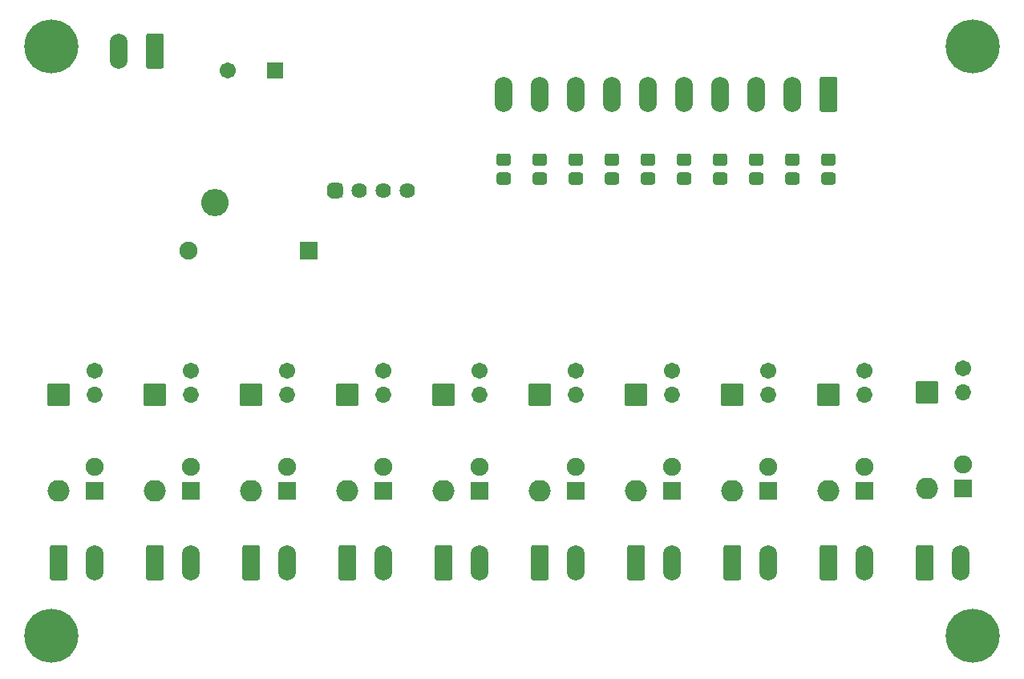
<source format=gbr>
%TF.GenerationSoftware,KiCad,Pcbnew,(5.1.9)-1*%
%TF.CreationDate,2021-03-17T19:06:28+01:00*%
%TF.ProjectId,Nvum_CNC_expander,4e76756d-5f43-44e4-935f-657870616e64,1*%
%TF.SameCoordinates,Original*%
%TF.FileFunction,Soldermask,Top*%
%TF.FilePolarity,Negative*%
%FSLAX46Y46*%
G04 Gerber Fmt 4.6, Leading zero omitted, Abs format (unit mm)*
G04 Created by KiCad (PCBNEW (5.1.9)-1) date 2021-03-17 19:06:28*
%MOMM*%
%LPD*%
G01*
G04 APERTURE LIST*
%ADD10O,1.902000X1.902000*%
%ADD11O,2.902000X2.902000*%
%ADD12O,1.702000X1.702000*%
%ADD13C,1.702000*%
%ADD14C,1.626000*%
%ADD15O,2.302000X2.302000*%
%ADD16C,1.902000*%
%ADD17C,5.702000*%
%ADD18O,1.902000X3.702000*%
%ADD19C,0.100000*%
G04 APERTURE END LIST*
D10*
%TO.C,D21*%
X42926000Y-72415400D03*
G36*
G01*
X56577000Y-71515400D02*
X56577000Y-73315400D01*
G75*
G02*
X56526000Y-73366400I-51000J0D01*
G01*
X54726000Y-73366400D01*
G75*
G02*
X54675000Y-73315400I0J51000D01*
G01*
X54675000Y-71515400D01*
G75*
G02*
X54726000Y-71464400I51000J0D01*
G01*
X56526000Y-71464400D01*
G75*
G02*
X56577000Y-71515400I0J-51000D01*
G01*
G37*
%TD*%
D11*
%TO.C,D31*%
X45720000Y-67310000D03*
%TD*%
%TO.C,R30*%
G36*
G01*
X75720248Y-64119000D02*
X76679752Y-64119000D01*
G75*
G02*
X76951000Y-64390248I0J-271248D01*
G01*
X76951000Y-65149752D01*
G75*
G02*
X76679752Y-65421000I-271248J0D01*
G01*
X75720248Y-65421000D01*
G75*
G02*
X75449000Y-65149752I0J271248D01*
G01*
X75449000Y-64390248D01*
G75*
G02*
X75720248Y-64119000I271248J0D01*
G01*
G37*
G36*
G01*
X75720248Y-62119000D02*
X76679752Y-62119000D01*
G75*
G02*
X76951000Y-62390248I0J-271248D01*
G01*
X76951000Y-63149752D01*
G75*
G02*
X76679752Y-63421000I-271248J0D01*
G01*
X75720248Y-63421000D01*
G75*
G02*
X75449000Y-63149752I0J271248D01*
G01*
X75449000Y-62390248D01*
G75*
G02*
X75720248Y-62119000I271248J0D01*
G01*
G37*
%TD*%
%TO.C,R29*%
G36*
G01*
X79530248Y-64119000D02*
X80489752Y-64119000D01*
G75*
G02*
X80761000Y-64390248I0J-271248D01*
G01*
X80761000Y-65149752D01*
G75*
G02*
X80489752Y-65421000I-271248J0D01*
G01*
X79530248Y-65421000D01*
G75*
G02*
X79259000Y-65149752I0J271248D01*
G01*
X79259000Y-64390248D01*
G75*
G02*
X79530248Y-64119000I271248J0D01*
G01*
G37*
G36*
G01*
X79530248Y-62119000D02*
X80489752Y-62119000D01*
G75*
G02*
X80761000Y-62390248I0J-271248D01*
G01*
X80761000Y-63149752D01*
G75*
G02*
X80489752Y-63421000I-271248J0D01*
G01*
X79530248Y-63421000D01*
G75*
G02*
X79259000Y-63149752I0J271248D01*
G01*
X79259000Y-62390248D01*
G75*
G02*
X79530248Y-62119000I271248J0D01*
G01*
G37*
%TD*%
%TO.C,R28*%
G36*
G01*
X83340248Y-64119000D02*
X84299752Y-64119000D01*
G75*
G02*
X84571000Y-64390248I0J-271248D01*
G01*
X84571000Y-65149752D01*
G75*
G02*
X84299752Y-65421000I-271248J0D01*
G01*
X83340248Y-65421000D01*
G75*
G02*
X83069000Y-65149752I0J271248D01*
G01*
X83069000Y-64390248D01*
G75*
G02*
X83340248Y-64119000I271248J0D01*
G01*
G37*
G36*
G01*
X83340248Y-62119000D02*
X84299752Y-62119000D01*
G75*
G02*
X84571000Y-62390248I0J-271248D01*
G01*
X84571000Y-63149752D01*
G75*
G02*
X84299752Y-63421000I-271248J0D01*
G01*
X83340248Y-63421000D01*
G75*
G02*
X83069000Y-63149752I0J271248D01*
G01*
X83069000Y-62390248D01*
G75*
G02*
X83340248Y-62119000I271248J0D01*
G01*
G37*
%TD*%
%TO.C,R27*%
G36*
G01*
X87150248Y-64119000D02*
X88109752Y-64119000D01*
G75*
G02*
X88381000Y-64390248I0J-271248D01*
G01*
X88381000Y-65149752D01*
G75*
G02*
X88109752Y-65421000I-271248J0D01*
G01*
X87150248Y-65421000D01*
G75*
G02*
X86879000Y-65149752I0J271248D01*
G01*
X86879000Y-64390248D01*
G75*
G02*
X87150248Y-64119000I271248J0D01*
G01*
G37*
G36*
G01*
X87150248Y-62119000D02*
X88109752Y-62119000D01*
G75*
G02*
X88381000Y-62390248I0J-271248D01*
G01*
X88381000Y-63149752D01*
G75*
G02*
X88109752Y-63421000I-271248J0D01*
G01*
X87150248Y-63421000D01*
G75*
G02*
X86879000Y-63149752I0J271248D01*
G01*
X86879000Y-62390248D01*
G75*
G02*
X87150248Y-62119000I271248J0D01*
G01*
G37*
%TD*%
%TO.C,R26*%
G36*
G01*
X90960248Y-64119000D02*
X91919752Y-64119000D01*
G75*
G02*
X92191000Y-64390248I0J-271248D01*
G01*
X92191000Y-65149752D01*
G75*
G02*
X91919752Y-65421000I-271248J0D01*
G01*
X90960248Y-65421000D01*
G75*
G02*
X90689000Y-65149752I0J271248D01*
G01*
X90689000Y-64390248D01*
G75*
G02*
X90960248Y-64119000I271248J0D01*
G01*
G37*
G36*
G01*
X90960248Y-62119000D02*
X91919752Y-62119000D01*
G75*
G02*
X92191000Y-62390248I0J-271248D01*
G01*
X92191000Y-63149752D01*
G75*
G02*
X91919752Y-63421000I-271248J0D01*
G01*
X90960248Y-63421000D01*
G75*
G02*
X90689000Y-63149752I0J271248D01*
G01*
X90689000Y-62390248D01*
G75*
G02*
X90960248Y-62119000I271248J0D01*
G01*
G37*
%TD*%
%TO.C,R25*%
G36*
G01*
X94770248Y-64119000D02*
X95729752Y-64119000D01*
G75*
G02*
X96001000Y-64390248I0J-271248D01*
G01*
X96001000Y-65149752D01*
G75*
G02*
X95729752Y-65421000I-271248J0D01*
G01*
X94770248Y-65421000D01*
G75*
G02*
X94499000Y-65149752I0J271248D01*
G01*
X94499000Y-64390248D01*
G75*
G02*
X94770248Y-64119000I271248J0D01*
G01*
G37*
G36*
G01*
X94770248Y-62119000D02*
X95729752Y-62119000D01*
G75*
G02*
X96001000Y-62390248I0J-271248D01*
G01*
X96001000Y-63149752D01*
G75*
G02*
X95729752Y-63421000I-271248J0D01*
G01*
X94770248Y-63421000D01*
G75*
G02*
X94499000Y-63149752I0J271248D01*
G01*
X94499000Y-62390248D01*
G75*
G02*
X94770248Y-62119000I271248J0D01*
G01*
G37*
%TD*%
%TO.C,R24*%
G36*
G01*
X98580248Y-64119000D02*
X99539752Y-64119000D01*
G75*
G02*
X99811000Y-64390248I0J-271248D01*
G01*
X99811000Y-65149752D01*
G75*
G02*
X99539752Y-65421000I-271248J0D01*
G01*
X98580248Y-65421000D01*
G75*
G02*
X98309000Y-65149752I0J271248D01*
G01*
X98309000Y-64390248D01*
G75*
G02*
X98580248Y-64119000I271248J0D01*
G01*
G37*
G36*
G01*
X98580248Y-62119000D02*
X99539752Y-62119000D01*
G75*
G02*
X99811000Y-62390248I0J-271248D01*
G01*
X99811000Y-63149752D01*
G75*
G02*
X99539752Y-63421000I-271248J0D01*
G01*
X98580248Y-63421000D01*
G75*
G02*
X98309000Y-63149752I0J271248D01*
G01*
X98309000Y-62390248D01*
G75*
G02*
X98580248Y-62119000I271248J0D01*
G01*
G37*
%TD*%
%TO.C,R23*%
G36*
G01*
X102390248Y-64119000D02*
X103349752Y-64119000D01*
G75*
G02*
X103621000Y-64390248I0J-271248D01*
G01*
X103621000Y-65149752D01*
G75*
G02*
X103349752Y-65421000I-271248J0D01*
G01*
X102390248Y-65421000D01*
G75*
G02*
X102119000Y-65149752I0J271248D01*
G01*
X102119000Y-64390248D01*
G75*
G02*
X102390248Y-64119000I271248J0D01*
G01*
G37*
G36*
G01*
X102390248Y-62119000D02*
X103349752Y-62119000D01*
G75*
G02*
X103621000Y-62390248I0J-271248D01*
G01*
X103621000Y-63149752D01*
G75*
G02*
X103349752Y-63421000I-271248J0D01*
G01*
X102390248Y-63421000D01*
G75*
G02*
X102119000Y-63149752I0J271248D01*
G01*
X102119000Y-62390248D01*
G75*
G02*
X102390248Y-62119000I271248J0D01*
G01*
G37*
%TD*%
%TO.C,R22*%
G36*
G01*
X106200248Y-64119000D02*
X107159752Y-64119000D01*
G75*
G02*
X107431000Y-64390248I0J-271248D01*
G01*
X107431000Y-65149752D01*
G75*
G02*
X107159752Y-65421000I-271248J0D01*
G01*
X106200248Y-65421000D01*
G75*
G02*
X105929000Y-65149752I0J271248D01*
G01*
X105929000Y-64390248D01*
G75*
G02*
X106200248Y-64119000I271248J0D01*
G01*
G37*
G36*
G01*
X106200248Y-62119000D02*
X107159752Y-62119000D01*
G75*
G02*
X107431000Y-62390248I0J-271248D01*
G01*
X107431000Y-63149752D01*
G75*
G02*
X107159752Y-63421000I-271248J0D01*
G01*
X106200248Y-63421000D01*
G75*
G02*
X105929000Y-63149752I0J271248D01*
G01*
X105929000Y-62390248D01*
G75*
G02*
X106200248Y-62119000I271248J0D01*
G01*
G37*
%TD*%
%TO.C,R21*%
G36*
G01*
X110010248Y-64119000D02*
X110969752Y-64119000D01*
G75*
G02*
X111241000Y-64390248I0J-271248D01*
G01*
X111241000Y-65149752D01*
G75*
G02*
X110969752Y-65421000I-271248J0D01*
G01*
X110010248Y-65421000D01*
G75*
G02*
X109739000Y-65149752I0J271248D01*
G01*
X109739000Y-64390248D01*
G75*
G02*
X110010248Y-64119000I271248J0D01*
G01*
G37*
G36*
G01*
X110010248Y-62119000D02*
X110969752Y-62119000D01*
G75*
G02*
X111241000Y-62390248I0J-271248D01*
G01*
X111241000Y-63149752D01*
G75*
G02*
X110969752Y-63421000I-271248J0D01*
G01*
X110010248Y-63421000D01*
G75*
G02*
X109739000Y-63149752I0J271248D01*
G01*
X109739000Y-62390248D01*
G75*
G02*
X110010248Y-62119000I271248J0D01*
G01*
G37*
%TD*%
D12*
%TO.C,R15*%
X33020000Y-87630000D03*
D13*
X33020000Y-85090000D03*
%TD*%
D12*
%TO.C,R14*%
X43180000Y-87630000D03*
D13*
X43180000Y-85090000D03*
%TD*%
D12*
%TO.C,R13*%
X53340000Y-87630000D03*
D13*
X53340000Y-85090000D03*
%TD*%
D12*
%TO.C,R12*%
X63500000Y-87630000D03*
D13*
X63500000Y-85090000D03*
%TD*%
D12*
%TO.C,R11*%
X73660000Y-87630000D03*
D13*
X73660000Y-85090000D03*
%TD*%
D12*
%TO.C,R5*%
X83820000Y-87630000D03*
D13*
X83820000Y-85090000D03*
%TD*%
D12*
%TO.C,R4*%
X93980000Y-87630000D03*
D13*
X93980000Y-85090000D03*
%TD*%
D12*
%TO.C,R3*%
X104140000Y-87630000D03*
D13*
X104140000Y-85090000D03*
%TD*%
D12*
%TO.C,R2*%
X114300000Y-87630000D03*
D13*
X114300000Y-85090000D03*
%TD*%
D12*
%TO.C,R1*%
X124714000Y-87376000D03*
D13*
X124714000Y-84836000D03*
%TD*%
%TO.C,B1*%
G36*
G01*
X58826500Y-66853000D02*
X58013500Y-66853000D01*
G75*
G02*
X57607000Y-66446500I0J406500D01*
G01*
X57607000Y-65633500D01*
G75*
G02*
X58013500Y-65227000I406500J0D01*
G01*
X58826500Y-65227000D01*
G75*
G02*
X59233000Y-65633500I0J-406500D01*
G01*
X59233000Y-66446500D01*
G75*
G02*
X58826500Y-66853000I-406500J0D01*
G01*
G37*
D14*
X60960000Y-66040000D03*
X63500000Y-66040000D03*
X66040000Y-66040000D03*
%TD*%
%TO.C,C2*%
G36*
G01*
X52921000Y-52540000D02*
X52921000Y-54140000D01*
G75*
G02*
X52870000Y-54191000I-51000J0D01*
G01*
X51270000Y-54191000D01*
G75*
G02*
X51219000Y-54140000I0J51000D01*
G01*
X51219000Y-52540000D01*
G75*
G02*
X51270000Y-52489000I51000J0D01*
G01*
X52870000Y-52489000D01*
G75*
G02*
X52921000Y-52540000I0J-51000D01*
G01*
G37*
D13*
X47070000Y-53340000D03*
%TD*%
D15*
%TO.C,D1*%
X120904000Y-97536000D03*
G36*
G01*
X119804000Y-86225000D02*
X122004000Y-86225000D01*
G75*
G02*
X122055000Y-86276000I0J-51000D01*
G01*
X122055000Y-88476000D01*
G75*
G02*
X122004000Y-88527000I-51000J0D01*
G01*
X119804000Y-88527000D01*
G75*
G02*
X119753000Y-88476000I0J51000D01*
G01*
X119753000Y-86276000D01*
G75*
G02*
X119804000Y-86225000I51000J0D01*
G01*
G37*
%TD*%
%TO.C,D2*%
X110490000Y-97790000D03*
G36*
G01*
X109390000Y-86479000D02*
X111590000Y-86479000D01*
G75*
G02*
X111641000Y-86530000I0J-51000D01*
G01*
X111641000Y-88730000D01*
G75*
G02*
X111590000Y-88781000I-51000J0D01*
G01*
X109390000Y-88781000D01*
G75*
G02*
X109339000Y-88730000I0J51000D01*
G01*
X109339000Y-86530000D01*
G75*
G02*
X109390000Y-86479000I51000J0D01*
G01*
G37*
%TD*%
%TO.C,D3*%
X100330000Y-97790000D03*
G36*
G01*
X99230000Y-86479000D02*
X101430000Y-86479000D01*
G75*
G02*
X101481000Y-86530000I0J-51000D01*
G01*
X101481000Y-88730000D01*
G75*
G02*
X101430000Y-88781000I-51000J0D01*
G01*
X99230000Y-88781000D01*
G75*
G02*
X99179000Y-88730000I0J51000D01*
G01*
X99179000Y-86530000D01*
G75*
G02*
X99230000Y-86479000I51000J0D01*
G01*
G37*
%TD*%
%TO.C,D4*%
G36*
G01*
X89070000Y-86479000D02*
X91270000Y-86479000D01*
G75*
G02*
X91321000Y-86530000I0J-51000D01*
G01*
X91321000Y-88730000D01*
G75*
G02*
X91270000Y-88781000I-51000J0D01*
G01*
X89070000Y-88781000D01*
G75*
G02*
X89019000Y-88730000I0J51000D01*
G01*
X89019000Y-86530000D01*
G75*
G02*
X89070000Y-86479000I51000J0D01*
G01*
G37*
X90170000Y-97790000D03*
%TD*%
%TO.C,D5*%
G36*
G01*
X78910000Y-86479000D02*
X81110000Y-86479000D01*
G75*
G02*
X81161000Y-86530000I0J-51000D01*
G01*
X81161000Y-88730000D01*
G75*
G02*
X81110000Y-88781000I-51000J0D01*
G01*
X78910000Y-88781000D01*
G75*
G02*
X78859000Y-88730000I0J51000D01*
G01*
X78859000Y-86530000D01*
G75*
G02*
X78910000Y-86479000I51000J0D01*
G01*
G37*
X80010000Y-97790000D03*
%TD*%
D16*
%TO.C,D6*%
X124714000Y-94996000D03*
G36*
G01*
X125614000Y-98487000D02*
X123814000Y-98487000D01*
G75*
G02*
X123763000Y-98436000I0J51000D01*
G01*
X123763000Y-96636000D01*
G75*
G02*
X123814000Y-96585000I51000J0D01*
G01*
X125614000Y-96585000D01*
G75*
G02*
X125665000Y-96636000I0J-51000D01*
G01*
X125665000Y-98436000D01*
G75*
G02*
X125614000Y-98487000I-51000J0D01*
G01*
G37*
%TD*%
%TO.C,D7*%
G36*
G01*
X115200000Y-98741000D02*
X113400000Y-98741000D01*
G75*
G02*
X113349000Y-98690000I0J51000D01*
G01*
X113349000Y-96890000D01*
G75*
G02*
X113400000Y-96839000I51000J0D01*
G01*
X115200000Y-96839000D01*
G75*
G02*
X115251000Y-96890000I0J-51000D01*
G01*
X115251000Y-98690000D01*
G75*
G02*
X115200000Y-98741000I-51000J0D01*
G01*
G37*
X114300000Y-95250000D03*
%TD*%
%TO.C,D8*%
X104140000Y-95250000D03*
G36*
G01*
X105040000Y-98741000D02*
X103240000Y-98741000D01*
G75*
G02*
X103189000Y-98690000I0J51000D01*
G01*
X103189000Y-96890000D01*
G75*
G02*
X103240000Y-96839000I51000J0D01*
G01*
X105040000Y-96839000D01*
G75*
G02*
X105091000Y-96890000I0J-51000D01*
G01*
X105091000Y-98690000D01*
G75*
G02*
X105040000Y-98741000I-51000J0D01*
G01*
G37*
%TD*%
%TO.C,D9*%
G36*
G01*
X94880000Y-98741000D02*
X93080000Y-98741000D01*
G75*
G02*
X93029000Y-98690000I0J51000D01*
G01*
X93029000Y-96890000D01*
G75*
G02*
X93080000Y-96839000I51000J0D01*
G01*
X94880000Y-96839000D01*
G75*
G02*
X94931000Y-96890000I0J-51000D01*
G01*
X94931000Y-98690000D01*
G75*
G02*
X94880000Y-98741000I-51000J0D01*
G01*
G37*
X93980000Y-95250000D03*
%TD*%
%TO.C,D10*%
X83820000Y-95250000D03*
G36*
G01*
X84720000Y-98741000D02*
X82920000Y-98741000D01*
G75*
G02*
X82869000Y-98690000I0J51000D01*
G01*
X82869000Y-96890000D01*
G75*
G02*
X82920000Y-96839000I51000J0D01*
G01*
X84720000Y-96839000D01*
G75*
G02*
X84771000Y-96890000I0J-51000D01*
G01*
X84771000Y-98690000D01*
G75*
G02*
X84720000Y-98741000I-51000J0D01*
G01*
G37*
%TD*%
D15*
%TO.C,D11*%
X69850000Y-97790000D03*
G36*
G01*
X68750000Y-86479000D02*
X70950000Y-86479000D01*
G75*
G02*
X71001000Y-86530000I0J-51000D01*
G01*
X71001000Y-88730000D01*
G75*
G02*
X70950000Y-88781000I-51000J0D01*
G01*
X68750000Y-88781000D01*
G75*
G02*
X68699000Y-88730000I0J51000D01*
G01*
X68699000Y-86530000D01*
G75*
G02*
X68750000Y-86479000I51000J0D01*
G01*
G37*
%TD*%
%TO.C,D12*%
X59690000Y-97790000D03*
G36*
G01*
X58590000Y-86479000D02*
X60790000Y-86479000D01*
G75*
G02*
X60841000Y-86530000I0J-51000D01*
G01*
X60841000Y-88730000D01*
G75*
G02*
X60790000Y-88781000I-51000J0D01*
G01*
X58590000Y-88781000D01*
G75*
G02*
X58539000Y-88730000I0J51000D01*
G01*
X58539000Y-86530000D01*
G75*
G02*
X58590000Y-86479000I51000J0D01*
G01*
G37*
%TD*%
%TO.C,D13*%
G36*
G01*
X48430000Y-86479000D02*
X50630000Y-86479000D01*
G75*
G02*
X50681000Y-86530000I0J-51000D01*
G01*
X50681000Y-88730000D01*
G75*
G02*
X50630000Y-88781000I-51000J0D01*
G01*
X48430000Y-88781000D01*
G75*
G02*
X48379000Y-88730000I0J51000D01*
G01*
X48379000Y-86530000D01*
G75*
G02*
X48430000Y-86479000I51000J0D01*
G01*
G37*
X49530000Y-97790000D03*
%TD*%
%TO.C,D14*%
G36*
G01*
X38270000Y-86479000D02*
X40470000Y-86479000D01*
G75*
G02*
X40521000Y-86530000I0J-51000D01*
G01*
X40521000Y-88730000D01*
G75*
G02*
X40470000Y-88781000I-51000J0D01*
G01*
X38270000Y-88781000D01*
G75*
G02*
X38219000Y-88730000I0J51000D01*
G01*
X38219000Y-86530000D01*
G75*
G02*
X38270000Y-86479000I51000J0D01*
G01*
G37*
X39370000Y-97790000D03*
%TD*%
%TO.C,D15*%
X29210000Y-97790000D03*
G36*
G01*
X28110000Y-86479000D02*
X30310000Y-86479000D01*
G75*
G02*
X30361000Y-86530000I0J-51000D01*
G01*
X30361000Y-88730000D01*
G75*
G02*
X30310000Y-88781000I-51000J0D01*
G01*
X28110000Y-88781000D01*
G75*
G02*
X28059000Y-88730000I0J51000D01*
G01*
X28059000Y-86530000D01*
G75*
G02*
X28110000Y-86479000I51000J0D01*
G01*
G37*
%TD*%
D16*
%TO.C,D16*%
X73660000Y-95250000D03*
G36*
G01*
X74560000Y-98741000D02*
X72760000Y-98741000D01*
G75*
G02*
X72709000Y-98690000I0J51000D01*
G01*
X72709000Y-96890000D01*
G75*
G02*
X72760000Y-96839000I51000J0D01*
G01*
X74560000Y-96839000D01*
G75*
G02*
X74611000Y-96890000I0J-51000D01*
G01*
X74611000Y-98690000D01*
G75*
G02*
X74560000Y-98741000I-51000J0D01*
G01*
G37*
%TD*%
%TO.C,D17*%
G36*
G01*
X64400000Y-98741000D02*
X62600000Y-98741000D01*
G75*
G02*
X62549000Y-98690000I0J51000D01*
G01*
X62549000Y-96890000D01*
G75*
G02*
X62600000Y-96839000I51000J0D01*
G01*
X64400000Y-96839000D01*
G75*
G02*
X64451000Y-96890000I0J-51000D01*
G01*
X64451000Y-98690000D01*
G75*
G02*
X64400000Y-98741000I-51000J0D01*
G01*
G37*
X63500000Y-95250000D03*
%TD*%
%TO.C,D18*%
G36*
G01*
X54240000Y-98741000D02*
X52440000Y-98741000D01*
G75*
G02*
X52389000Y-98690000I0J51000D01*
G01*
X52389000Y-96890000D01*
G75*
G02*
X52440000Y-96839000I51000J0D01*
G01*
X54240000Y-96839000D01*
G75*
G02*
X54291000Y-96890000I0J-51000D01*
G01*
X54291000Y-98690000D01*
G75*
G02*
X54240000Y-98741000I-51000J0D01*
G01*
G37*
X53340000Y-95250000D03*
%TD*%
%TO.C,D19*%
G36*
G01*
X44080000Y-98741000D02*
X42280000Y-98741000D01*
G75*
G02*
X42229000Y-98690000I0J51000D01*
G01*
X42229000Y-96890000D01*
G75*
G02*
X42280000Y-96839000I51000J0D01*
G01*
X44080000Y-96839000D01*
G75*
G02*
X44131000Y-96890000I0J-51000D01*
G01*
X44131000Y-98690000D01*
G75*
G02*
X44080000Y-98741000I-51000J0D01*
G01*
G37*
X43180000Y-95250000D03*
%TD*%
%TO.C,D20*%
X33020000Y-95250000D03*
G36*
G01*
X33920000Y-98741000D02*
X32120000Y-98741000D01*
G75*
G02*
X32069000Y-98690000I0J51000D01*
G01*
X32069000Y-96890000D01*
G75*
G02*
X32120000Y-96839000I51000J0D01*
G01*
X33920000Y-96839000D01*
G75*
G02*
X33971000Y-96890000I0J-51000D01*
G01*
X33971000Y-98690000D01*
G75*
G02*
X33920000Y-98741000I-51000J0D01*
G01*
G37*
%TD*%
D17*
%TO.C,H1*%
X125730000Y-50800000D03*
%TD*%
%TO.C,H2*%
X28448000Y-50800000D03*
%TD*%
%TO.C,H3*%
X125730000Y-113130000D03*
%TD*%
%TO.C,H4*%
X28448000Y-113130000D03*
%TD*%
%TO.C,J1*%
G36*
G01*
X119699000Y-106996834D02*
X119699000Y-103823166D01*
G75*
G02*
X119963166Y-103559000I264166J0D01*
G01*
X121336834Y-103559000D01*
G75*
G02*
X121601000Y-103823166I0J-264166D01*
G01*
X121601000Y-106996834D01*
G75*
G02*
X121336834Y-107261000I-264166J0D01*
G01*
X119963166Y-107261000D01*
G75*
G02*
X119699000Y-106996834I0J264166D01*
G01*
G37*
D18*
X124460000Y-105410000D03*
%TD*%
%TO.C,J2*%
X114300000Y-105410000D03*
G36*
G01*
X109539000Y-106996834D02*
X109539000Y-103823166D01*
G75*
G02*
X109803166Y-103559000I264166J0D01*
G01*
X111176834Y-103559000D01*
G75*
G02*
X111441000Y-103823166I0J-264166D01*
G01*
X111441000Y-106996834D01*
G75*
G02*
X111176834Y-107261000I-264166J0D01*
G01*
X109803166Y-107261000D01*
G75*
G02*
X109539000Y-106996834I0J264166D01*
G01*
G37*
%TD*%
%TO.C,J3*%
X104140000Y-105410000D03*
G36*
G01*
X99379000Y-106996834D02*
X99379000Y-103823166D01*
G75*
G02*
X99643166Y-103559000I264166J0D01*
G01*
X101016834Y-103559000D01*
G75*
G02*
X101281000Y-103823166I0J-264166D01*
G01*
X101281000Y-106996834D01*
G75*
G02*
X101016834Y-107261000I-264166J0D01*
G01*
X99643166Y-107261000D01*
G75*
G02*
X99379000Y-106996834I0J264166D01*
G01*
G37*
%TD*%
%TO.C,J4*%
X93980000Y-105410000D03*
G36*
G01*
X89219000Y-106996834D02*
X89219000Y-103823166D01*
G75*
G02*
X89483166Y-103559000I264166J0D01*
G01*
X90856834Y-103559000D01*
G75*
G02*
X91121000Y-103823166I0J-264166D01*
G01*
X91121000Y-106996834D01*
G75*
G02*
X90856834Y-107261000I-264166J0D01*
G01*
X89483166Y-107261000D01*
G75*
G02*
X89219000Y-106996834I0J264166D01*
G01*
G37*
%TD*%
%TO.C,J5*%
G36*
G01*
X79059000Y-106996834D02*
X79059000Y-103823166D01*
G75*
G02*
X79323166Y-103559000I264166J0D01*
G01*
X80696834Y-103559000D01*
G75*
G02*
X80961000Y-103823166I0J-264166D01*
G01*
X80961000Y-106996834D01*
G75*
G02*
X80696834Y-107261000I-264166J0D01*
G01*
X79323166Y-107261000D01*
G75*
G02*
X79059000Y-106996834I0J264166D01*
G01*
G37*
X83820000Y-105410000D03*
%TD*%
%TO.C,J6*%
X73660000Y-105410000D03*
G36*
G01*
X68899000Y-106996834D02*
X68899000Y-103823166D01*
G75*
G02*
X69163166Y-103559000I264166J0D01*
G01*
X70536834Y-103559000D01*
G75*
G02*
X70801000Y-103823166I0J-264166D01*
G01*
X70801000Y-106996834D01*
G75*
G02*
X70536834Y-107261000I-264166J0D01*
G01*
X69163166Y-107261000D01*
G75*
G02*
X68899000Y-106996834I0J264166D01*
G01*
G37*
%TD*%
%TO.C,J7*%
G36*
G01*
X58739000Y-106996834D02*
X58739000Y-103823166D01*
G75*
G02*
X59003166Y-103559000I264166J0D01*
G01*
X60376834Y-103559000D01*
G75*
G02*
X60641000Y-103823166I0J-264166D01*
G01*
X60641000Y-106996834D01*
G75*
G02*
X60376834Y-107261000I-264166J0D01*
G01*
X59003166Y-107261000D01*
G75*
G02*
X58739000Y-106996834I0J264166D01*
G01*
G37*
X63500000Y-105410000D03*
%TD*%
%TO.C,J8*%
G36*
G01*
X48579000Y-106996834D02*
X48579000Y-103823166D01*
G75*
G02*
X48843166Y-103559000I264166J0D01*
G01*
X50216834Y-103559000D01*
G75*
G02*
X50481000Y-103823166I0J-264166D01*
G01*
X50481000Y-106996834D01*
G75*
G02*
X50216834Y-107261000I-264166J0D01*
G01*
X48843166Y-107261000D01*
G75*
G02*
X48579000Y-106996834I0J264166D01*
G01*
G37*
X53340000Y-105410000D03*
%TD*%
%TO.C,J9*%
G36*
G01*
X38419000Y-106996834D02*
X38419000Y-103823166D01*
G75*
G02*
X38683166Y-103559000I264166J0D01*
G01*
X40056834Y-103559000D01*
G75*
G02*
X40321000Y-103823166I0J-264166D01*
G01*
X40321000Y-106996834D01*
G75*
G02*
X40056834Y-107261000I-264166J0D01*
G01*
X38683166Y-107261000D01*
G75*
G02*
X38419000Y-106996834I0J264166D01*
G01*
G37*
X43180000Y-105410000D03*
%TD*%
%TO.C,J10*%
X33020000Y-105410000D03*
G36*
G01*
X28259000Y-106996834D02*
X28259000Y-103823166D01*
G75*
G02*
X28523166Y-103559000I264166J0D01*
G01*
X29896834Y-103559000D01*
G75*
G02*
X30161000Y-103823166I0J-264166D01*
G01*
X30161000Y-106996834D01*
G75*
G02*
X29896834Y-107261000I-264166J0D01*
G01*
X28523166Y-107261000D01*
G75*
G02*
X28259000Y-106996834I0J264166D01*
G01*
G37*
%TD*%
%TO.C,J11*%
G36*
G01*
X40321000Y-49721166D02*
X40321000Y-52894834D01*
G75*
G02*
X40056834Y-53159000I-264166J0D01*
G01*
X38683166Y-53159000D01*
G75*
G02*
X38419000Y-52894834I0J264166D01*
G01*
X38419000Y-49721166D01*
G75*
G02*
X38683166Y-49457000I264166J0D01*
G01*
X40056834Y-49457000D01*
G75*
G02*
X40321000Y-49721166I0J-264166D01*
G01*
G37*
X35560000Y-51308000D03*
%TD*%
%TO.C,J12*%
G36*
G01*
X111441000Y-54293166D02*
X111441000Y-57466834D01*
G75*
G02*
X111176834Y-57731000I-264166J0D01*
G01*
X109803166Y-57731000D01*
G75*
G02*
X109539000Y-57466834I0J264166D01*
G01*
X109539000Y-54293166D01*
G75*
G02*
X109803166Y-54029000I264166J0D01*
G01*
X111176834Y-54029000D01*
G75*
G02*
X111441000Y-54293166I0J-264166D01*
G01*
G37*
X106680000Y-55880000D03*
X102870000Y-55880000D03*
X99060000Y-55880000D03*
X95250000Y-55880000D03*
X91440000Y-55880000D03*
X87630000Y-55880000D03*
X83820000Y-55880000D03*
X80010000Y-55880000D03*
X76200000Y-55880000D03*
%TD*%
D19*
G36*
X109540990Y-106996638D02*
G01*
X109546046Y-107047975D01*
X109560965Y-107097157D01*
X109585191Y-107142481D01*
X109617793Y-107182207D01*
X109657519Y-107214809D01*
X109702843Y-107239035D01*
X109752025Y-107253954D01*
X109803362Y-107259010D01*
X109804988Y-107260175D01*
X109804792Y-107262165D01*
X109803166Y-107263000D01*
X109719029Y-107263000D01*
X109718833Y-107262990D01*
X109678889Y-107259056D01*
X109678504Y-107258980D01*
X109645995Y-107249119D01*
X109645633Y-107248969D01*
X109615675Y-107232955D01*
X109615349Y-107232737D01*
X109589090Y-107211187D01*
X109588813Y-107210910D01*
X109567263Y-107184651D01*
X109567045Y-107184325D01*
X109551031Y-107154367D01*
X109550881Y-107154005D01*
X109541020Y-107121496D01*
X109540944Y-107121111D01*
X109537010Y-107081167D01*
X109537000Y-107080971D01*
X109537000Y-106996834D01*
X109538000Y-106995102D01*
X109540000Y-106995102D01*
X109540990Y-106996638D01*
G37*
G36*
X99380990Y-106996638D02*
G01*
X99386046Y-107047975D01*
X99400965Y-107097157D01*
X99425191Y-107142481D01*
X99457793Y-107182207D01*
X99497519Y-107214809D01*
X99542843Y-107239035D01*
X99592025Y-107253954D01*
X99643362Y-107259010D01*
X99644988Y-107260175D01*
X99644792Y-107262165D01*
X99643166Y-107263000D01*
X99559029Y-107263000D01*
X99558833Y-107262990D01*
X99518889Y-107259056D01*
X99518504Y-107258980D01*
X99485995Y-107249119D01*
X99485633Y-107248969D01*
X99455675Y-107232955D01*
X99455349Y-107232737D01*
X99429090Y-107211187D01*
X99428813Y-107210910D01*
X99407263Y-107184651D01*
X99407045Y-107184325D01*
X99391031Y-107154367D01*
X99390881Y-107154005D01*
X99381020Y-107121496D01*
X99380944Y-107121111D01*
X99377010Y-107081167D01*
X99377000Y-107080971D01*
X99377000Y-106996834D01*
X99378000Y-106995102D01*
X99380000Y-106995102D01*
X99380990Y-106996638D01*
G37*
G36*
X38420990Y-106996638D02*
G01*
X38426046Y-107047975D01*
X38440965Y-107097157D01*
X38465191Y-107142481D01*
X38497793Y-107182207D01*
X38537519Y-107214809D01*
X38582843Y-107239035D01*
X38632025Y-107253954D01*
X38683362Y-107259010D01*
X38684988Y-107260175D01*
X38684792Y-107262165D01*
X38683166Y-107263000D01*
X38599029Y-107263000D01*
X38598833Y-107262990D01*
X38558889Y-107259056D01*
X38558504Y-107258980D01*
X38525995Y-107249119D01*
X38525633Y-107248969D01*
X38495675Y-107232955D01*
X38495349Y-107232737D01*
X38469090Y-107211187D01*
X38468813Y-107210910D01*
X38447263Y-107184651D01*
X38447045Y-107184325D01*
X38431031Y-107154367D01*
X38430881Y-107154005D01*
X38421020Y-107121496D01*
X38420944Y-107121111D01*
X38417010Y-107081167D01*
X38417000Y-107080971D01*
X38417000Y-106996834D01*
X38418000Y-106995102D01*
X38420000Y-106995102D01*
X38420990Y-106996638D01*
G37*
G36*
X30162165Y-106995208D02*
G01*
X30163000Y-106996834D01*
X30163000Y-107080971D01*
X30162990Y-107081167D01*
X30159056Y-107121111D01*
X30158980Y-107121496D01*
X30149119Y-107154005D01*
X30148969Y-107154367D01*
X30132955Y-107184325D01*
X30132737Y-107184651D01*
X30111187Y-107210910D01*
X30110910Y-107211187D01*
X30084651Y-107232737D01*
X30084325Y-107232955D01*
X30054367Y-107248969D01*
X30054005Y-107249119D01*
X30021496Y-107258980D01*
X30021111Y-107259056D01*
X29981167Y-107262990D01*
X29980971Y-107263000D01*
X29896834Y-107263000D01*
X29895102Y-107262000D01*
X29895102Y-107260000D01*
X29896638Y-107259010D01*
X29947975Y-107253954D01*
X29997157Y-107239035D01*
X30042481Y-107214809D01*
X30082207Y-107182207D01*
X30114809Y-107142481D01*
X30139035Y-107097157D01*
X30153954Y-107047975D01*
X30159010Y-106996638D01*
X30160175Y-106995012D01*
X30162165Y-106995208D01*
G37*
G36*
X40322165Y-106995208D02*
G01*
X40323000Y-106996834D01*
X40323000Y-107080971D01*
X40322990Y-107081167D01*
X40319056Y-107121111D01*
X40318980Y-107121496D01*
X40309119Y-107154005D01*
X40308969Y-107154367D01*
X40292955Y-107184325D01*
X40292737Y-107184651D01*
X40271187Y-107210910D01*
X40270910Y-107211187D01*
X40244651Y-107232737D01*
X40244325Y-107232955D01*
X40214367Y-107248969D01*
X40214005Y-107249119D01*
X40181496Y-107258980D01*
X40181111Y-107259056D01*
X40141167Y-107262990D01*
X40140971Y-107263000D01*
X40056834Y-107263000D01*
X40055102Y-107262000D01*
X40055102Y-107260000D01*
X40056638Y-107259010D01*
X40107975Y-107253954D01*
X40157157Y-107239035D01*
X40202481Y-107214809D01*
X40242207Y-107182207D01*
X40274809Y-107142481D01*
X40299035Y-107097157D01*
X40313954Y-107047975D01*
X40319010Y-106996638D01*
X40320175Y-106995012D01*
X40322165Y-106995208D01*
G37*
G36*
X89220990Y-106996638D02*
G01*
X89226046Y-107047975D01*
X89240965Y-107097157D01*
X89265191Y-107142481D01*
X89297793Y-107182207D01*
X89337519Y-107214809D01*
X89382843Y-107239035D01*
X89432025Y-107253954D01*
X89483362Y-107259010D01*
X89484988Y-107260175D01*
X89484792Y-107262165D01*
X89483166Y-107263000D01*
X89399029Y-107263000D01*
X89398833Y-107262990D01*
X89358889Y-107259056D01*
X89358504Y-107258980D01*
X89325995Y-107249119D01*
X89325633Y-107248969D01*
X89295675Y-107232955D01*
X89295349Y-107232737D01*
X89269090Y-107211187D01*
X89268813Y-107210910D01*
X89247263Y-107184651D01*
X89247045Y-107184325D01*
X89231031Y-107154367D01*
X89230881Y-107154005D01*
X89221020Y-107121496D01*
X89220944Y-107121111D01*
X89217010Y-107081167D01*
X89217000Y-107080971D01*
X89217000Y-106996834D01*
X89218000Y-106995102D01*
X89220000Y-106995102D01*
X89220990Y-106996638D01*
G37*
G36*
X79060990Y-106996638D02*
G01*
X79066046Y-107047975D01*
X79080965Y-107097157D01*
X79105191Y-107142481D01*
X79137793Y-107182207D01*
X79177519Y-107214809D01*
X79222843Y-107239035D01*
X79272025Y-107253954D01*
X79323362Y-107259010D01*
X79324988Y-107260175D01*
X79324792Y-107262165D01*
X79323166Y-107263000D01*
X79239029Y-107263000D01*
X79238833Y-107262990D01*
X79198889Y-107259056D01*
X79198504Y-107258980D01*
X79165995Y-107249119D01*
X79165633Y-107248969D01*
X79135675Y-107232955D01*
X79135349Y-107232737D01*
X79109090Y-107211187D01*
X79108813Y-107210910D01*
X79087263Y-107184651D01*
X79087045Y-107184325D01*
X79071031Y-107154367D01*
X79070881Y-107154005D01*
X79061020Y-107121496D01*
X79060944Y-107121111D01*
X79057010Y-107081167D01*
X79057000Y-107080971D01*
X79057000Y-106996834D01*
X79058000Y-106995102D01*
X79060000Y-106995102D01*
X79060990Y-106996638D01*
G37*
G36*
X68900990Y-106996638D02*
G01*
X68906046Y-107047975D01*
X68920965Y-107097157D01*
X68945191Y-107142481D01*
X68977793Y-107182207D01*
X69017519Y-107214809D01*
X69062843Y-107239035D01*
X69112025Y-107253954D01*
X69163362Y-107259010D01*
X69164988Y-107260175D01*
X69164792Y-107262165D01*
X69163166Y-107263000D01*
X69079029Y-107263000D01*
X69078833Y-107262990D01*
X69038889Y-107259056D01*
X69038504Y-107258980D01*
X69005995Y-107249119D01*
X69005633Y-107248969D01*
X68975675Y-107232955D01*
X68975349Y-107232737D01*
X68949090Y-107211187D01*
X68948813Y-107210910D01*
X68927263Y-107184651D01*
X68927045Y-107184325D01*
X68911031Y-107154367D01*
X68910881Y-107154005D01*
X68901020Y-107121496D01*
X68900944Y-107121111D01*
X68897010Y-107081167D01*
X68897000Y-107080971D01*
X68897000Y-106996834D01*
X68898000Y-106995102D01*
X68900000Y-106995102D01*
X68900990Y-106996638D01*
G37*
G36*
X58740990Y-106996638D02*
G01*
X58746046Y-107047975D01*
X58760965Y-107097157D01*
X58785191Y-107142481D01*
X58817793Y-107182207D01*
X58857519Y-107214809D01*
X58902843Y-107239035D01*
X58952025Y-107253954D01*
X59003362Y-107259010D01*
X59004988Y-107260175D01*
X59004792Y-107262165D01*
X59003166Y-107263000D01*
X58919029Y-107263000D01*
X58918833Y-107262990D01*
X58878889Y-107259056D01*
X58878504Y-107258980D01*
X58845995Y-107249119D01*
X58845633Y-107248969D01*
X58815675Y-107232955D01*
X58815349Y-107232737D01*
X58789090Y-107211187D01*
X58788813Y-107210910D01*
X58767263Y-107184651D01*
X58767045Y-107184325D01*
X58751031Y-107154367D01*
X58750881Y-107154005D01*
X58741020Y-107121496D01*
X58740944Y-107121111D01*
X58737010Y-107081167D01*
X58737000Y-107080971D01*
X58737000Y-106996834D01*
X58738000Y-106995102D01*
X58740000Y-106995102D01*
X58740990Y-106996638D01*
G37*
G36*
X119700990Y-106996638D02*
G01*
X119706046Y-107047975D01*
X119720965Y-107097157D01*
X119745191Y-107142481D01*
X119777793Y-107182207D01*
X119817519Y-107214809D01*
X119862843Y-107239035D01*
X119912025Y-107253954D01*
X119963362Y-107259010D01*
X119964988Y-107260175D01*
X119964792Y-107262165D01*
X119963166Y-107263000D01*
X119879029Y-107263000D01*
X119878833Y-107262990D01*
X119838889Y-107259056D01*
X119838504Y-107258980D01*
X119805995Y-107249119D01*
X119805633Y-107248969D01*
X119775675Y-107232955D01*
X119775349Y-107232737D01*
X119749090Y-107211187D01*
X119748813Y-107210910D01*
X119727263Y-107184651D01*
X119727045Y-107184325D01*
X119711031Y-107154367D01*
X119710881Y-107154005D01*
X119701020Y-107121496D01*
X119700944Y-107121111D01*
X119697010Y-107081167D01*
X119697000Y-107080971D01*
X119697000Y-106996834D01*
X119698000Y-106995102D01*
X119700000Y-106995102D01*
X119700990Y-106996638D01*
G37*
G36*
X48580990Y-106996638D02*
G01*
X48586046Y-107047975D01*
X48600965Y-107097157D01*
X48625191Y-107142481D01*
X48657793Y-107182207D01*
X48697519Y-107214809D01*
X48742843Y-107239035D01*
X48792025Y-107253954D01*
X48843362Y-107259010D01*
X48844988Y-107260175D01*
X48844792Y-107262165D01*
X48843166Y-107263000D01*
X48759029Y-107263000D01*
X48758833Y-107262990D01*
X48718889Y-107259056D01*
X48718504Y-107258980D01*
X48685995Y-107249119D01*
X48685633Y-107248969D01*
X48655675Y-107232955D01*
X48655349Y-107232737D01*
X48629090Y-107211187D01*
X48628813Y-107210910D01*
X48607263Y-107184651D01*
X48607045Y-107184325D01*
X48591031Y-107154367D01*
X48590881Y-107154005D01*
X48581020Y-107121496D01*
X48580944Y-107121111D01*
X48577010Y-107081167D01*
X48577000Y-107080971D01*
X48577000Y-106996834D01*
X48578000Y-106995102D01*
X48580000Y-106995102D01*
X48580990Y-106996638D01*
G37*
G36*
X111442165Y-106995208D02*
G01*
X111443000Y-106996834D01*
X111443000Y-107080971D01*
X111442990Y-107081167D01*
X111439056Y-107121111D01*
X111438980Y-107121496D01*
X111429119Y-107154005D01*
X111428969Y-107154367D01*
X111412955Y-107184325D01*
X111412737Y-107184651D01*
X111391187Y-107210910D01*
X111390910Y-107211187D01*
X111364651Y-107232737D01*
X111364325Y-107232955D01*
X111334367Y-107248969D01*
X111334005Y-107249119D01*
X111301496Y-107258980D01*
X111301111Y-107259056D01*
X111261167Y-107262990D01*
X111260971Y-107263000D01*
X111176834Y-107263000D01*
X111175102Y-107262000D01*
X111175102Y-107260000D01*
X111176638Y-107259010D01*
X111227975Y-107253954D01*
X111277157Y-107239035D01*
X111322481Y-107214809D01*
X111362207Y-107182207D01*
X111394809Y-107142481D01*
X111419035Y-107097157D01*
X111433954Y-107047975D01*
X111439010Y-106996638D01*
X111440175Y-106995012D01*
X111442165Y-106995208D01*
G37*
G36*
X121602165Y-106995208D02*
G01*
X121603000Y-106996834D01*
X121603000Y-107080971D01*
X121602990Y-107081167D01*
X121599056Y-107121111D01*
X121598980Y-107121496D01*
X121589119Y-107154005D01*
X121588969Y-107154367D01*
X121572955Y-107184325D01*
X121572737Y-107184651D01*
X121551187Y-107210910D01*
X121550910Y-107211187D01*
X121524651Y-107232737D01*
X121524325Y-107232955D01*
X121494367Y-107248969D01*
X121494005Y-107249119D01*
X121461496Y-107258980D01*
X121461111Y-107259056D01*
X121421167Y-107262990D01*
X121420971Y-107263000D01*
X121336834Y-107263000D01*
X121335102Y-107262000D01*
X121335102Y-107260000D01*
X121336638Y-107259010D01*
X121387975Y-107253954D01*
X121437157Y-107239035D01*
X121482481Y-107214809D01*
X121522207Y-107182207D01*
X121554809Y-107142481D01*
X121579035Y-107097157D01*
X121593954Y-107047975D01*
X121599010Y-106996638D01*
X121600175Y-106995012D01*
X121602165Y-106995208D01*
G37*
G36*
X101282165Y-106995208D02*
G01*
X101283000Y-106996834D01*
X101283000Y-107080971D01*
X101282990Y-107081167D01*
X101279056Y-107121111D01*
X101278980Y-107121496D01*
X101269119Y-107154005D01*
X101268969Y-107154367D01*
X101252955Y-107184325D01*
X101252737Y-107184651D01*
X101231187Y-107210910D01*
X101230910Y-107211187D01*
X101204651Y-107232737D01*
X101204325Y-107232955D01*
X101174367Y-107248969D01*
X101174005Y-107249119D01*
X101141496Y-107258980D01*
X101141111Y-107259056D01*
X101101167Y-107262990D01*
X101100971Y-107263000D01*
X101016834Y-107263000D01*
X101015102Y-107262000D01*
X101015102Y-107260000D01*
X101016638Y-107259010D01*
X101067975Y-107253954D01*
X101117157Y-107239035D01*
X101162481Y-107214809D01*
X101202207Y-107182207D01*
X101234809Y-107142481D01*
X101259035Y-107097157D01*
X101273954Y-107047975D01*
X101279010Y-106996638D01*
X101280175Y-106995012D01*
X101282165Y-106995208D01*
G37*
G36*
X91122165Y-106995208D02*
G01*
X91123000Y-106996834D01*
X91123000Y-107080971D01*
X91122990Y-107081167D01*
X91119056Y-107121111D01*
X91118980Y-107121496D01*
X91109119Y-107154005D01*
X91108969Y-107154367D01*
X91092955Y-107184325D01*
X91092737Y-107184651D01*
X91071187Y-107210910D01*
X91070910Y-107211187D01*
X91044651Y-107232737D01*
X91044325Y-107232955D01*
X91014367Y-107248969D01*
X91014005Y-107249119D01*
X90981496Y-107258980D01*
X90981111Y-107259056D01*
X90941167Y-107262990D01*
X90940971Y-107263000D01*
X90856834Y-107263000D01*
X90855102Y-107262000D01*
X90855102Y-107260000D01*
X90856638Y-107259010D01*
X90907975Y-107253954D01*
X90957157Y-107239035D01*
X91002481Y-107214809D01*
X91042207Y-107182207D01*
X91074809Y-107142481D01*
X91099035Y-107097157D01*
X91113954Y-107047975D01*
X91119010Y-106996638D01*
X91120175Y-106995012D01*
X91122165Y-106995208D01*
G37*
G36*
X80962165Y-106995208D02*
G01*
X80963000Y-106996834D01*
X80963000Y-107080971D01*
X80962990Y-107081167D01*
X80959056Y-107121111D01*
X80958980Y-107121496D01*
X80949119Y-107154005D01*
X80948969Y-107154367D01*
X80932955Y-107184325D01*
X80932737Y-107184651D01*
X80911187Y-107210910D01*
X80910910Y-107211187D01*
X80884651Y-107232737D01*
X80884325Y-107232955D01*
X80854367Y-107248969D01*
X80854005Y-107249119D01*
X80821496Y-107258980D01*
X80821111Y-107259056D01*
X80781167Y-107262990D01*
X80780971Y-107263000D01*
X80696834Y-107263000D01*
X80695102Y-107262000D01*
X80695102Y-107260000D01*
X80696638Y-107259010D01*
X80747975Y-107253954D01*
X80797157Y-107239035D01*
X80842481Y-107214809D01*
X80882207Y-107182207D01*
X80914809Y-107142481D01*
X80939035Y-107097157D01*
X80953954Y-107047975D01*
X80959010Y-106996638D01*
X80960175Y-106995012D01*
X80962165Y-106995208D01*
G37*
G36*
X70802165Y-106995208D02*
G01*
X70803000Y-106996834D01*
X70803000Y-107080971D01*
X70802990Y-107081167D01*
X70799056Y-107121111D01*
X70798980Y-107121496D01*
X70789119Y-107154005D01*
X70788969Y-107154367D01*
X70772955Y-107184325D01*
X70772737Y-107184651D01*
X70751187Y-107210910D01*
X70750910Y-107211187D01*
X70724651Y-107232737D01*
X70724325Y-107232955D01*
X70694367Y-107248969D01*
X70694005Y-107249119D01*
X70661496Y-107258980D01*
X70661111Y-107259056D01*
X70621167Y-107262990D01*
X70620971Y-107263000D01*
X70536834Y-107263000D01*
X70535102Y-107262000D01*
X70535102Y-107260000D01*
X70536638Y-107259010D01*
X70587975Y-107253954D01*
X70637157Y-107239035D01*
X70682481Y-107214809D01*
X70722207Y-107182207D01*
X70754809Y-107142481D01*
X70779035Y-107097157D01*
X70793954Y-107047975D01*
X70799010Y-106996638D01*
X70800175Y-106995012D01*
X70802165Y-106995208D01*
G37*
G36*
X60642165Y-106995208D02*
G01*
X60643000Y-106996834D01*
X60643000Y-107080971D01*
X60642990Y-107081167D01*
X60639056Y-107121111D01*
X60638980Y-107121496D01*
X60629119Y-107154005D01*
X60628969Y-107154367D01*
X60612955Y-107184325D01*
X60612737Y-107184651D01*
X60591187Y-107210910D01*
X60590910Y-107211187D01*
X60564651Y-107232737D01*
X60564325Y-107232955D01*
X60534367Y-107248969D01*
X60534005Y-107249119D01*
X60501496Y-107258980D01*
X60501111Y-107259056D01*
X60461167Y-107262990D01*
X60460971Y-107263000D01*
X60376834Y-107263000D01*
X60375102Y-107262000D01*
X60375102Y-107260000D01*
X60376638Y-107259010D01*
X60427975Y-107253954D01*
X60477157Y-107239035D01*
X60522481Y-107214809D01*
X60562207Y-107182207D01*
X60594809Y-107142481D01*
X60619035Y-107097157D01*
X60633954Y-107047975D01*
X60639010Y-106996638D01*
X60640175Y-106995012D01*
X60642165Y-106995208D01*
G37*
G36*
X50482165Y-106995208D02*
G01*
X50483000Y-106996834D01*
X50483000Y-107080971D01*
X50482990Y-107081167D01*
X50479056Y-107121111D01*
X50478980Y-107121496D01*
X50469119Y-107154005D01*
X50468969Y-107154367D01*
X50452955Y-107184325D01*
X50452737Y-107184651D01*
X50431187Y-107210910D01*
X50430910Y-107211187D01*
X50404651Y-107232737D01*
X50404325Y-107232955D01*
X50374367Y-107248969D01*
X50374005Y-107249119D01*
X50341496Y-107258980D01*
X50341111Y-107259056D01*
X50301167Y-107262990D01*
X50300971Y-107263000D01*
X50216834Y-107263000D01*
X50215102Y-107262000D01*
X50215102Y-107260000D01*
X50216638Y-107259010D01*
X50267975Y-107253954D01*
X50317157Y-107239035D01*
X50362481Y-107214809D01*
X50402207Y-107182207D01*
X50434809Y-107142481D01*
X50459035Y-107097157D01*
X50473954Y-107047975D01*
X50479010Y-106996638D01*
X50480175Y-106995012D01*
X50482165Y-106995208D01*
G37*
G36*
X28260990Y-106996638D02*
G01*
X28266046Y-107047975D01*
X28280965Y-107097157D01*
X28305191Y-107142481D01*
X28337793Y-107182207D01*
X28377519Y-107214809D01*
X28422843Y-107239035D01*
X28472025Y-107253954D01*
X28523362Y-107259010D01*
X28524988Y-107260175D01*
X28524792Y-107262165D01*
X28523166Y-107263000D01*
X28439029Y-107263000D01*
X28438833Y-107262990D01*
X28398889Y-107259056D01*
X28398504Y-107258980D01*
X28365995Y-107249119D01*
X28365633Y-107248969D01*
X28335675Y-107232955D01*
X28335349Y-107232737D01*
X28309090Y-107211187D01*
X28308813Y-107210910D01*
X28287263Y-107184651D01*
X28287045Y-107184325D01*
X28271031Y-107154367D01*
X28270881Y-107154005D01*
X28261020Y-107121496D01*
X28260944Y-107121111D01*
X28257010Y-107081167D01*
X28257000Y-107080971D01*
X28257000Y-106996834D01*
X28258000Y-106995102D01*
X28260000Y-106995102D01*
X28260990Y-106996638D01*
G37*
G36*
X69164898Y-103558000D02*
G01*
X69164898Y-103560000D01*
X69163362Y-103560990D01*
X69112025Y-103566046D01*
X69062843Y-103580965D01*
X69017519Y-103605191D01*
X68977793Y-103637793D01*
X68945191Y-103677519D01*
X68920965Y-103722843D01*
X68906046Y-103772025D01*
X68900990Y-103823362D01*
X68899825Y-103824988D01*
X68897835Y-103824792D01*
X68897000Y-103823166D01*
X68897000Y-103739029D01*
X68897010Y-103738833D01*
X68900944Y-103698889D01*
X68901020Y-103698504D01*
X68910881Y-103665995D01*
X68911031Y-103665633D01*
X68927045Y-103635675D01*
X68927263Y-103635349D01*
X68948813Y-103609090D01*
X68949090Y-103608813D01*
X68975349Y-103587263D01*
X68975675Y-103587045D01*
X69005633Y-103571031D01*
X69005995Y-103570881D01*
X69038504Y-103561020D01*
X69038889Y-103560944D01*
X69078833Y-103557010D01*
X69079029Y-103557000D01*
X69163166Y-103557000D01*
X69164898Y-103558000D01*
G37*
G36*
X79324898Y-103558000D02*
G01*
X79324898Y-103560000D01*
X79323362Y-103560990D01*
X79272025Y-103566046D01*
X79222843Y-103580965D01*
X79177519Y-103605191D01*
X79137793Y-103637793D01*
X79105191Y-103677519D01*
X79080965Y-103722843D01*
X79066046Y-103772025D01*
X79060990Y-103823362D01*
X79059825Y-103824988D01*
X79057835Y-103824792D01*
X79057000Y-103823166D01*
X79057000Y-103739029D01*
X79057010Y-103738833D01*
X79060944Y-103698889D01*
X79061020Y-103698504D01*
X79070881Y-103665995D01*
X79071031Y-103665633D01*
X79087045Y-103635675D01*
X79087263Y-103635349D01*
X79108813Y-103609090D01*
X79109090Y-103608813D01*
X79135349Y-103587263D01*
X79135675Y-103587045D01*
X79165633Y-103571031D01*
X79165995Y-103570881D01*
X79198504Y-103561020D01*
X79198889Y-103560944D01*
X79238833Y-103557010D01*
X79239029Y-103557000D01*
X79323166Y-103557000D01*
X79324898Y-103558000D01*
G37*
G36*
X48844898Y-103558000D02*
G01*
X48844898Y-103560000D01*
X48843362Y-103560990D01*
X48792025Y-103566046D01*
X48742843Y-103580965D01*
X48697519Y-103605191D01*
X48657793Y-103637793D01*
X48625191Y-103677519D01*
X48600965Y-103722843D01*
X48586046Y-103772025D01*
X48580990Y-103823362D01*
X48579825Y-103824988D01*
X48577835Y-103824792D01*
X48577000Y-103823166D01*
X48577000Y-103739029D01*
X48577010Y-103738833D01*
X48580944Y-103698889D01*
X48581020Y-103698504D01*
X48590881Y-103665995D01*
X48591031Y-103665633D01*
X48607045Y-103635675D01*
X48607263Y-103635349D01*
X48628813Y-103609090D01*
X48629090Y-103608813D01*
X48655349Y-103587263D01*
X48655675Y-103587045D01*
X48685633Y-103571031D01*
X48685995Y-103570881D01*
X48718504Y-103561020D01*
X48718889Y-103560944D01*
X48758833Y-103557010D01*
X48759029Y-103557000D01*
X48843166Y-103557000D01*
X48844898Y-103558000D01*
G37*
G36*
X89484898Y-103558000D02*
G01*
X89484898Y-103560000D01*
X89483362Y-103560990D01*
X89432025Y-103566046D01*
X89382843Y-103580965D01*
X89337519Y-103605191D01*
X89297793Y-103637793D01*
X89265191Y-103677519D01*
X89240965Y-103722843D01*
X89226046Y-103772025D01*
X89220990Y-103823362D01*
X89219825Y-103824988D01*
X89217835Y-103824792D01*
X89217000Y-103823166D01*
X89217000Y-103739029D01*
X89217010Y-103738833D01*
X89220944Y-103698889D01*
X89221020Y-103698504D01*
X89230881Y-103665995D01*
X89231031Y-103665633D01*
X89247045Y-103635675D01*
X89247263Y-103635349D01*
X89268813Y-103609090D01*
X89269090Y-103608813D01*
X89295349Y-103587263D01*
X89295675Y-103587045D01*
X89325633Y-103571031D01*
X89325995Y-103570881D01*
X89358504Y-103561020D01*
X89358889Y-103560944D01*
X89398833Y-103557010D01*
X89399029Y-103557000D01*
X89483166Y-103557000D01*
X89484898Y-103558000D01*
G37*
G36*
X59004898Y-103558000D02*
G01*
X59004898Y-103560000D01*
X59003362Y-103560990D01*
X58952025Y-103566046D01*
X58902843Y-103580965D01*
X58857519Y-103605191D01*
X58817793Y-103637793D01*
X58785191Y-103677519D01*
X58760965Y-103722843D01*
X58746046Y-103772025D01*
X58740990Y-103823362D01*
X58739825Y-103824988D01*
X58737835Y-103824792D01*
X58737000Y-103823166D01*
X58737000Y-103739029D01*
X58737010Y-103738833D01*
X58740944Y-103698889D01*
X58741020Y-103698504D01*
X58750881Y-103665995D01*
X58751031Y-103665633D01*
X58767045Y-103635675D01*
X58767263Y-103635349D01*
X58788813Y-103609090D01*
X58789090Y-103608813D01*
X58815349Y-103587263D01*
X58815675Y-103587045D01*
X58845633Y-103571031D01*
X58845995Y-103570881D01*
X58878504Y-103561020D01*
X58878889Y-103560944D01*
X58918833Y-103557010D01*
X58919029Y-103557000D01*
X59003166Y-103557000D01*
X59004898Y-103558000D01*
G37*
G36*
X119964898Y-103558000D02*
G01*
X119964898Y-103560000D01*
X119963362Y-103560990D01*
X119912025Y-103566046D01*
X119862843Y-103580965D01*
X119817519Y-103605191D01*
X119777793Y-103637793D01*
X119745191Y-103677519D01*
X119720965Y-103722843D01*
X119706046Y-103772025D01*
X119700990Y-103823362D01*
X119699825Y-103824988D01*
X119697835Y-103824792D01*
X119697000Y-103823166D01*
X119697000Y-103739029D01*
X119697010Y-103738833D01*
X119700944Y-103698889D01*
X119701020Y-103698504D01*
X119710881Y-103665995D01*
X119711031Y-103665633D01*
X119727045Y-103635675D01*
X119727263Y-103635349D01*
X119748813Y-103609090D01*
X119749090Y-103608813D01*
X119775349Y-103587263D01*
X119775675Y-103587045D01*
X119805633Y-103571031D01*
X119805995Y-103570881D01*
X119838504Y-103561020D01*
X119838889Y-103560944D01*
X119878833Y-103557010D01*
X119879029Y-103557000D01*
X119963166Y-103557000D01*
X119964898Y-103558000D01*
G37*
G36*
X38684898Y-103558000D02*
G01*
X38684898Y-103560000D01*
X38683362Y-103560990D01*
X38632025Y-103566046D01*
X38582843Y-103580965D01*
X38537519Y-103605191D01*
X38497793Y-103637793D01*
X38465191Y-103677519D01*
X38440965Y-103722843D01*
X38426046Y-103772025D01*
X38420990Y-103823362D01*
X38419825Y-103824988D01*
X38417835Y-103824792D01*
X38417000Y-103823166D01*
X38417000Y-103739029D01*
X38417010Y-103738833D01*
X38420944Y-103698889D01*
X38421020Y-103698504D01*
X38430881Y-103665995D01*
X38431031Y-103665633D01*
X38447045Y-103635675D01*
X38447263Y-103635349D01*
X38468813Y-103609090D01*
X38469090Y-103608813D01*
X38495349Y-103587263D01*
X38495675Y-103587045D01*
X38525633Y-103571031D01*
X38525995Y-103570881D01*
X38558504Y-103561020D01*
X38558889Y-103560944D01*
X38598833Y-103557010D01*
X38599029Y-103557000D01*
X38683166Y-103557000D01*
X38684898Y-103558000D01*
G37*
G36*
X28524898Y-103558000D02*
G01*
X28524898Y-103560000D01*
X28523362Y-103560990D01*
X28472025Y-103566046D01*
X28422843Y-103580965D01*
X28377519Y-103605191D01*
X28337793Y-103637793D01*
X28305191Y-103677519D01*
X28280965Y-103722843D01*
X28266046Y-103772025D01*
X28260990Y-103823362D01*
X28259825Y-103824988D01*
X28257835Y-103824792D01*
X28257000Y-103823166D01*
X28257000Y-103739029D01*
X28257010Y-103738833D01*
X28260944Y-103698889D01*
X28261020Y-103698504D01*
X28270881Y-103665995D01*
X28271031Y-103665633D01*
X28287045Y-103635675D01*
X28287263Y-103635349D01*
X28308813Y-103609090D01*
X28309090Y-103608813D01*
X28335349Y-103587263D01*
X28335675Y-103587045D01*
X28365633Y-103571031D01*
X28365995Y-103570881D01*
X28398504Y-103561020D01*
X28398889Y-103560944D01*
X28438833Y-103557010D01*
X28439029Y-103557000D01*
X28523166Y-103557000D01*
X28524898Y-103558000D01*
G37*
G36*
X99644898Y-103558000D02*
G01*
X99644898Y-103560000D01*
X99643362Y-103560990D01*
X99592025Y-103566046D01*
X99542843Y-103580965D01*
X99497519Y-103605191D01*
X99457793Y-103637793D01*
X99425191Y-103677519D01*
X99400965Y-103722843D01*
X99386046Y-103772025D01*
X99380990Y-103823362D01*
X99379825Y-103824988D01*
X99377835Y-103824792D01*
X99377000Y-103823166D01*
X99377000Y-103739029D01*
X99377010Y-103738833D01*
X99380944Y-103698889D01*
X99381020Y-103698504D01*
X99390881Y-103665995D01*
X99391031Y-103665633D01*
X99407045Y-103635675D01*
X99407263Y-103635349D01*
X99428813Y-103609090D01*
X99429090Y-103608813D01*
X99455349Y-103587263D01*
X99455675Y-103587045D01*
X99485633Y-103571031D01*
X99485995Y-103570881D01*
X99518504Y-103561020D01*
X99518889Y-103560944D01*
X99558833Y-103557010D01*
X99559029Y-103557000D01*
X99643166Y-103557000D01*
X99644898Y-103558000D01*
G37*
G36*
X109804898Y-103558000D02*
G01*
X109804898Y-103560000D01*
X109803362Y-103560990D01*
X109752025Y-103566046D01*
X109702843Y-103580965D01*
X109657519Y-103605191D01*
X109617793Y-103637793D01*
X109585191Y-103677519D01*
X109560965Y-103722843D01*
X109546046Y-103772025D01*
X109540990Y-103823362D01*
X109539825Y-103824988D01*
X109537835Y-103824792D01*
X109537000Y-103823166D01*
X109537000Y-103739029D01*
X109537010Y-103738833D01*
X109540944Y-103698889D01*
X109541020Y-103698504D01*
X109550881Y-103665995D01*
X109551031Y-103665633D01*
X109567045Y-103635675D01*
X109567263Y-103635349D01*
X109588813Y-103609090D01*
X109589090Y-103608813D01*
X109615349Y-103587263D01*
X109615675Y-103587045D01*
X109645633Y-103571031D01*
X109645995Y-103570881D01*
X109678504Y-103561020D01*
X109678889Y-103560944D01*
X109718833Y-103557010D01*
X109719029Y-103557000D01*
X109803166Y-103557000D01*
X109804898Y-103558000D01*
G37*
G36*
X29981167Y-103557010D02*
G01*
X30021111Y-103560944D01*
X30021496Y-103561020D01*
X30054005Y-103570881D01*
X30054367Y-103571031D01*
X30084325Y-103587045D01*
X30084651Y-103587263D01*
X30110910Y-103608813D01*
X30111187Y-103609090D01*
X30132737Y-103635349D01*
X30132955Y-103635675D01*
X30148969Y-103665633D01*
X30149119Y-103665995D01*
X30158980Y-103698504D01*
X30159056Y-103698889D01*
X30162990Y-103738833D01*
X30163000Y-103739029D01*
X30163000Y-103823166D01*
X30162000Y-103824898D01*
X30160000Y-103824898D01*
X30159010Y-103823362D01*
X30153954Y-103772025D01*
X30139035Y-103722843D01*
X30114809Y-103677519D01*
X30082207Y-103637793D01*
X30042481Y-103605191D01*
X29997157Y-103580965D01*
X29947975Y-103566046D01*
X29896638Y-103560990D01*
X29895012Y-103559825D01*
X29895208Y-103557835D01*
X29896834Y-103557000D01*
X29980971Y-103557000D01*
X29981167Y-103557010D01*
G37*
G36*
X101101167Y-103557010D02*
G01*
X101141111Y-103560944D01*
X101141496Y-103561020D01*
X101174005Y-103570881D01*
X101174367Y-103571031D01*
X101204325Y-103587045D01*
X101204651Y-103587263D01*
X101230910Y-103608813D01*
X101231187Y-103609090D01*
X101252737Y-103635349D01*
X101252955Y-103635675D01*
X101268969Y-103665633D01*
X101269119Y-103665995D01*
X101278980Y-103698504D01*
X101279056Y-103698889D01*
X101282990Y-103738833D01*
X101283000Y-103739029D01*
X101283000Y-103823166D01*
X101282000Y-103824898D01*
X101280000Y-103824898D01*
X101279010Y-103823362D01*
X101273954Y-103772025D01*
X101259035Y-103722843D01*
X101234809Y-103677519D01*
X101202207Y-103637793D01*
X101162481Y-103605191D01*
X101117157Y-103580965D01*
X101067975Y-103566046D01*
X101016638Y-103560990D01*
X101015012Y-103559825D01*
X101015208Y-103557835D01*
X101016834Y-103557000D01*
X101100971Y-103557000D01*
X101101167Y-103557010D01*
G37*
G36*
X90941167Y-103557010D02*
G01*
X90981111Y-103560944D01*
X90981496Y-103561020D01*
X91014005Y-103570881D01*
X91014367Y-103571031D01*
X91044325Y-103587045D01*
X91044651Y-103587263D01*
X91070910Y-103608813D01*
X91071187Y-103609090D01*
X91092737Y-103635349D01*
X91092955Y-103635675D01*
X91108969Y-103665633D01*
X91109119Y-103665995D01*
X91118980Y-103698504D01*
X91119056Y-103698889D01*
X91122990Y-103738833D01*
X91123000Y-103739029D01*
X91123000Y-103823166D01*
X91122000Y-103824898D01*
X91120000Y-103824898D01*
X91119010Y-103823362D01*
X91113954Y-103772025D01*
X91099035Y-103722843D01*
X91074809Y-103677519D01*
X91042207Y-103637793D01*
X91002481Y-103605191D01*
X90957157Y-103580965D01*
X90907975Y-103566046D01*
X90856638Y-103560990D01*
X90855012Y-103559825D01*
X90855208Y-103557835D01*
X90856834Y-103557000D01*
X90940971Y-103557000D01*
X90941167Y-103557010D01*
G37*
G36*
X111261167Y-103557010D02*
G01*
X111301111Y-103560944D01*
X111301496Y-103561020D01*
X111334005Y-103570881D01*
X111334367Y-103571031D01*
X111364325Y-103587045D01*
X111364651Y-103587263D01*
X111390910Y-103608813D01*
X111391187Y-103609090D01*
X111412737Y-103635349D01*
X111412955Y-103635675D01*
X111428969Y-103665633D01*
X111429119Y-103665995D01*
X111438980Y-103698504D01*
X111439056Y-103698889D01*
X111442990Y-103738833D01*
X111443000Y-103739029D01*
X111443000Y-103823166D01*
X111442000Y-103824898D01*
X111440000Y-103824898D01*
X111439010Y-103823362D01*
X111433954Y-103772025D01*
X111419035Y-103722843D01*
X111394809Y-103677519D01*
X111362207Y-103637793D01*
X111322481Y-103605191D01*
X111277157Y-103580965D01*
X111227975Y-103566046D01*
X111176638Y-103560990D01*
X111175012Y-103559825D01*
X111175208Y-103557835D01*
X111176834Y-103557000D01*
X111260971Y-103557000D01*
X111261167Y-103557010D01*
G37*
G36*
X80781167Y-103557010D02*
G01*
X80821111Y-103560944D01*
X80821496Y-103561020D01*
X80854005Y-103570881D01*
X80854367Y-103571031D01*
X80884325Y-103587045D01*
X80884651Y-103587263D01*
X80910910Y-103608813D01*
X80911187Y-103609090D01*
X80932737Y-103635349D01*
X80932955Y-103635675D01*
X80948969Y-103665633D01*
X80949119Y-103665995D01*
X80958980Y-103698504D01*
X80959056Y-103698889D01*
X80962990Y-103738833D01*
X80963000Y-103739029D01*
X80963000Y-103823166D01*
X80962000Y-103824898D01*
X80960000Y-103824898D01*
X80959010Y-103823362D01*
X80953954Y-103772025D01*
X80939035Y-103722843D01*
X80914809Y-103677519D01*
X80882207Y-103637793D01*
X80842481Y-103605191D01*
X80797157Y-103580965D01*
X80747975Y-103566046D01*
X80696638Y-103560990D01*
X80695012Y-103559825D01*
X80695208Y-103557835D01*
X80696834Y-103557000D01*
X80780971Y-103557000D01*
X80781167Y-103557010D01*
G37*
G36*
X40141167Y-103557010D02*
G01*
X40181111Y-103560944D01*
X40181496Y-103561020D01*
X40214005Y-103570881D01*
X40214367Y-103571031D01*
X40244325Y-103587045D01*
X40244651Y-103587263D01*
X40270910Y-103608813D01*
X40271187Y-103609090D01*
X40292737Y-103635349D01*
X40292955Y-103635675D01*
X40308969Y-103665633D01*
X40309119Y-103665995D01*
X40318980Y-103698504D01*
X40319056Y-103698889D01*
X40322990Y-103738833D01*
X40323000Y-103739029D01*
X40323000Y-103823166D01*
X40322000Y-103824898D01*
X40320000Y-103824898D01*
X40319010Y-103823362D01*
X40313954Y-103772025D01*
X40299035Y-103722843D01*
X40274809Y-103677519D01*
X40242207Y-103637793D01*
X40202481Y-103605191D01*
X40157157Y-103580965D01*
X40107975Y-103566046D01*
X40056638Y-103560990D01*
X40055012Y-103559825D01*
X40055208Y-103557835D01*
X40056834Y-103557000D01*
X40140971Y-103557000D01*
X40141167Y-103557010D01*
G37*
G36*
X121421167Y-103557010D02*
G01*
X121461111Y-103560944D01*
X121461496Y-103561020D01*
X121494005Y-103570881D01*
X121494367Y-103571031D01*
X121524325Y-103587045D01*
X121524651Y-103587263D01*
X121550910Y-103608813D01*
X121551187Y-103609090D01*
X121572737Y-103635349D01*
X121572955Y-103635675D01*
X121588969Y-103665633D01*
X121589119Y-103665995D01*
X121598980Y-103698504D01*
X121599056Y-103698889D01*
X121602990Y-103738833D01*
X121603000Y-103739029D01*
X121603000Y-103823166D01*
X121602000Y-103824898D01*
X121600000Y-103824898D01*
X121599010Y-103823362D01*
X121593954Y-103772025D01*
X121579035Y-103722843D01*
X121554809Y-103677519D01*
X121522207Y-103637793D01*
X121482481Y-103605191D01*
X121437157Y-103580965D01*
X121387975Y-103566046D01*
X121336638Y-103560990D01*
X121335012Y-103559825D01*
X121335208Y-103557835D01*
X121336834Y-103557000D01*
X121420971Y-103557000D01*
X121421167Y-103557010D01*
G37*
G36*
X60461167Y-103557010D02*
G01*
X60501111Y-103560944D01*
X60501496Y-103561020D01*
X60534005Y-103570881D01*
X60534367Y-103571031D01*
X60564325Y-103587045D01*
X60564651Y-103587263D01*
X60590910Y-103608813D01*
X60591187Y-103609090D01*
X60612737Y-103635349D01*
X60612955Y-103635675D01*
X60628969Y-103665633D01*
X60629119Y-103665995D01*
X60638980Y-103698504D01*
X60639056Y-103698889D01*
X60642990Y-103738833D01*
X60643000Y-103739029D01*
X60643000Y-103823166D01*
X60642000Y-103824898D01*
X60640000Y-103824898D01*
X60639010Y-103823362D01*
X60633954Y-103772025D01*
X60619035Y-103722843D01*
X60594809Y-103677519D01*
X60562207Y-103637793D01*
X60522481Y-103605191D01*
X60477157Y-103580965D01*
X60427975Y-103566046D01*
X60376638Y-103560990D01*
X60375012Y-103559825D01*
X60375208Y-103557835D01*
X60376834Y-103557000D01*
X60460971Y-103557000D01*
X60461167Y-103557010D01*
G37*
G36*
X70621167Y-103557010D02*
G01*
X70661111Y-103560944D01*
X70661496Y-103561020D01*
X70694005Y-103570881D01*
X70694367Y-103571031D01*
X70724325Y-103587045D01*
X70724651Y-103587263D01*
X70750910Y-103608813D01*
X70751187Y-103609090D01*
X70772737Y-103635349D01*
X70772955Y-103635675D01*
X70788969Y-103665633D01*
X70789119Y-103665995D01*
X70798980Y-103698504D01*
X70799056Y-103698889D01*
X70802990Y-103738833D01*
X70803000Y-103739029D01*
X70803000Y-103823166D01*
X70802000Y-103824898D01*
X70800000Y-103824898D01*
X70799010Y-103823362D01*
X70793954Y-103772025D01*
X70779035Y-103722843D01*
X70754809Y-103677519D01*
X70722207Y-103637793D01*
X70682481Y-103605191D01*
X70637157Y-103580965D01*
X70587975Y-103566046D01*
X70536638Y-103560990D01*
X70535012Y-103559825D01*
X70535208Y-103557835D01*
X70536834Y-103557000D01*
X70620971Y-103557000D01*
X70621167Y-103557010D01*
G37*
G36*
X50301167Y-103557010D02*
G01*
X50341111Y-103560944D01*
X50341496Y-103561020D01*
X50374005Y-103570881D01*
X50374367Y-103571031D01*
X50404325Y-103587045D01*
X50404651Y-103587263D01*
X50430910Y-103608813D01*
X50431187Y-103609090D01*
X50452737Y-103635349D01*
X50452955Y-103635675D01*
X50468969Y-103665633D01*
X50469119Y-103665995D01*
X50478980Y-103698504D01*
X50479056Y-103698889D01*
X50482990Y-103738833D01*
X50483000Y-103739029D01*
X50483000Y-103823166D01*
X50482000Y-103824898D01*
X50480000Y-103824898D01*
X50479010Y-103823362D01*
X50473954Y-103772025D01*
X50459035Y-103722843D01*
X50434809Y-103677519D01*
X50402207Y-103637793D01*
X50362481Y-103605191D01*
X50317157Y-103580965D01*
X50267975Y-103566046D01*
X50216638Y-103560990D01*
X50215012Y-103559825D01*
X50215208Y-103557835D01*
X50216834Y-103557000D01*
X50300971Y-103557000D01*
X50301167Y-103557010D01*
G37*
G36*
X59234165Y-66444874D02*
G01*
X59235000Y-66446500D01*
X59235000Y-66502860D01*
X59234990Y-66503056D01*
X59227787Y-66576189D01*
X59227711Y-66576574D01*
X59208170Y-66640992D01*
X59208020Y-66641354D01*
X59176286Y-66700724D01*
X59176068Y-66701050D01*
X59133363Y-66753086D01*
X59133086Y-66753363D01*
X59081050Y-66796068D01*
X59080724Y-66796286D01*
X59021354Y-66828020D01*
X59020992Y-66828170D01*
X58956574Y-66847711D01*
X58956189Y-66847787D01*
X58883056Y-66854990D01*
X58882860Y-66855000D01*
X58826500Y-66855000D01*
X58824768Y-66854000D01*
X58824768Y-66852000D01*
X58826304Y-66851010D01*
X58905409Y-66843219D01*
X58981292Y-66820200D01*
X59051223Y-66782821D01*
X59112518Y-66732518D01*
X59162821Y-66671223D01*
X59200200Y-66601292D01*
X59223219Y-66525409D01*
X59231010Y-66446304D01*
X59232175Y-66444678D01*
X59234165Y-66444874D01*
G37*
G36*
X57608990Y-66446304D02*
G01*
X57616781Y-66525409D01*
X57639800Y-66601292D01*
X57677179Y-66671223D01*
X57727482Y-66732518D01*
X57788777Y-66782821D01*
X57858708Y-66820200D01*
X57934591Y-66843219D01*
X58013696Y-66851010D01*
X58015322Y-66852175D01*
X58015126Y-66854165D01*
X58013500Y-66855000D01*
X57957140Y-66855000D01*
X57956944Y-66854990D01*
X57883811Y-66847787D01*
X57883426Y-66847711D01*
X57819008Y-66828170D01*
X57818646Y-66828020D01*
X57759276Y-66796286D01*
X57758950Y-66796068D01*
X57706914Y-66753363D01*
X57706637Y-66753086D01*
X57663932Y-66701050D01*
X57663714Y-66700724D01*
X57631980Y-66641354D01*
X57631830Y-66640992D01*
X57612289Y-66576574D01*
X57612213Y-66576189D01*
X57605010Y-66503056D01*
X57605000Y-66502860D01*
X57605000Y-66446500D01*
X57606000Y-66444768D01*
X57608000Y-66444768D01*
X57608990Y-66446304D01*
G37*
G36*
X58015232Y-65226000D02*
G01*
X58015232Y-65228000D01*
X58013696Y-65228990D01*
X57934591Y-65236781D01*
X57858708Y-65259800D01*
X57788777Y-65297179D01*
X57727482Y-65347482D01*
X57677179Y-65408777D01*
X57639800Y-65478708D01*
X57616781Y-65554591D01*
X57608990Y-65633696D01*
X57607825Y-65635322D01*
X57605835Y-65635126D01*
X57605000Y-65633500D01*
X57605000Y-65577140D01*
X57605010Y-65576944D01*
X57612213Y-65503811D01*
X57612289Y-65503426D01*
X57631830Y-65439008D01*
X57631980Y-65438646D01*
X57663714Y-65379276D01*
X57663932Y-65378950D01*
X57706637Y-65326914D01*
X57706914Y-65326637D01*
X57758950Y-65283932D01*
X57759276Y-65283714D01*
X57818646Y-65251980D01*
X57819008Y-65251830D01*
X57883426Y-65232289D01*
X57883811Y-65232213D01*
X57956944Y-65225010D01*
X57957140Y-65225000D01*
X58013500Y-65225000D01*
X58015232Y-65226000D01*
G37*
G36*
X58883056Y-65225010D02*
G01*
X58956189Y-65232213D01*
X58956574Y-65232289D01*
X59020992Y-65251830D01*
X59021354Y-65251980D01*
X59080724Y-65283714D01*
X59081050Y-65283932D01*
X59133086Y-65326637D01*
X59133363Y-65326914D01*
X59176068Y-65378950D01*
X59176286Y-65379276D01*
X59208020Y-65438646D01*
X59208170Y-65439008D01*
X59227711Y-65503426D01*
X59227787Y-65503811D01*
X59234990Y-65576944D01*
X59235000Y-65577140D01*
X59235000Y-65633500D01*
X59234000Y-65635232D01*
X59232000Y-65635232D01*
X59231010Y-65633696D01*
X59223219Y-65554591D01*
X59200200Y-65478708D01*
X59162821Y-65408777D01*
X59112518Y-65347482D01*
X59051223Y-65297179D01*
X58981292Y-65259800D01*
X58905409Y-65236781D01*
X58826304Y-65228990D01*
X58824678Y-65227825D01*
X58824874Y-65225835D01*
X58826500Y-65225000D01*
X58882860Y-65225000D01*
X58883056Y-65225010D01*
G37*
G36*
X109540990Y-57466638D02*
G01*
X109546046Y-57517975D01*
X109560965Y-57567157D01*
X109585191Y-57612481D01*
X109617793Y-57652207D01*
X109657519Y-57684809D01*
X109702843Y-57709035D01*
X109752025Y-57723954D01*
X109803362Y-57729010D01*
X109804988Y-57730175D01*
X109804792Y-57732165D01*
X109803166Y-57733000D01*
X109719029Y-57733000D01*
X109718833Y-57732990D01*
X109678889Y-57729056D01*
X109678504Y-57728980D01*
X109645995Y-57719119D01*
X109645633Y-57718969D01*
X109615675Y-57702955D01*
X109615349Y-57702737D01*
X109589090Y-57681187D01*
X109588813Y-57680910D01*
X109567263Y-57654651D01*
X109567045Y-57654325D01*
X109551031Y-57624367D01*
X109550881Y-57624005D01*
X109541020Y-57591496D01*
X109540944Y-57591111D01*
X109537010Y-57551167D01*
X109537000Y-57550971D01*
X109537000Y-57466834D01*
X109538000Y-57465102D01*
X109540000Y-57465102D01*
X109540990Y-57466638D01*
G37*
G36*
X111442165Y-57465208D02*
G01*
X111443000Y-57466834D01*
X111443000Y-57550971D01*
X111442990Y-57551167D01*
X111439056Y-57591111D01*
X111438980Y-57591496D01*
X111429119Y-57624005D01*
X111428969Y-57624367D01*
X111412955Y-57654325D01*
X111412737Y-57654651D01*
X111391187Y-57680910D01*
X111390910Y-57681187D01*
X111364651Y-57702737D01*
X111364325Y-57702955D01*
X111334367Y-57718969D01*
X111334005Y-57719119D01*
X111301496Y-57728980D01*
X111301111Y-57729056D01*
X111261167Y-57732990D01*
X111260971Y-57733000D01*
X111176834Y-57733000D01*
X111175102Y-57732000D01*
X111175102Y-57730000D01*
X111176638Y-57729010D01*
X111227975Y-57723954D01*
X111277157Y-57709035D01*
X111322481Y-57684809D01*
X111362207Y-57652207D01*
X111394809Y-57612481D01*
X111419035Y-57567157D01*
X111433954Y-57517975D01*
X111439010Y-57466638D01*
X111440175Y-57465012D01*
X111442165Y-57465208D01*
G37*
G36*
X109804898Y-54028000D02*
G01*
X109804898Y-54030000D01*
X109803362Y-54030990D01*
X109752025Y-54036046D01*
X109702843Y-54050965D01*
X109657519Y-54075191D01*
X109617793Y-54107793D01*
X109585191Y-54147519D01*
X109560965Y-54192843D01*
X109546046Y-54242025D01*
X109540990Y-54293362D01*
X109539825Y-54294988D01*
X109537835Y-54294792D01*
X109537000Y-54293166D01*
X109537000Y-54209029D01*
X109537010Y-54208833D01*
X109540944Y-54168889D01*
X109541020Y-54168504D01*
X109550881Y-54135995D01*
X109551031Y-54135633D01*
X109567045Y-54105675D01*
X109567263Y-54105349D01*
X109588813Y-54079090D01*
X109589090Y-54078813D01*
X109615349Y-54057263D01*
X109615675Y-54057045D01*
X109645633Y-54041031D01*
X109645995Y-54040881D01*
X109678504Y-54031020D01*
X109678889Y-54030944D01*
X109718833Y-54027010D01*
X109719029Y-54027000D01*
X109803166Y-54027000D01*
X109804898Y-54028000D01*
G37*
G36*
X111261167Y-54027010D02*
G01*
X111301111Y-54030944D01*
X111301496Y-54031020D01*
X111334005Y-54040881D01*
X111334367Y-54041031D01*
X111364325Y-54057045D01*
X111364651Y-54057263D01*
X111390910Y-54078813D01*
X111391187Y-54079090D01*
X111412737Y-54105349D01*
X111412955Y-54105675D01*
X111428969Y-54135633D01*
X111429119Y-54135995D01*
X111438980Y-54168504D01*
X111439056Y-54168889D01*
X111442990Y-54208833D01*
X111443000Y-54209029D01*
X111443000Y-54293166D01*
X111442000Y-54294898D01*
X111440000Y-54294898D01*
X111439010Y-54293362D01*
X111433954Y-54242025D01*
X111419035Y-54192843D01*
X111394809Y-54147519D01*
X111362207Y-54107793D01*
X111322481Y-54075191D01*
X111277157Y-54050965D01*
X111227975Y-54036046D01*
X111176638Y-54030990D01*
X111175012Y-54029825D01*
X111175208Y-54027835D01*
X111176834Y-54027000D01*
X111260971Y-54027000D01*
X111261167Y-54027010D01*
G37*
G36*
X40322165Y-52893208D02*
G01*
X40323000Y-52894834D01*
X40323000Y-52978971D01*
X40322990Y-52979167D01*
X40319056Y-53019111D01*
X40318980Y-53019496D01*
X40309119Y-53052005D01*
X40308969Y-53052367D01*
X40292955Y-53082325D01*
X40292737Y-53082651D01*
X40271187Y-53108910D01*
X40270910Y-53109187D01*
X40244651Y-53130737D01*
X40244325Y-53130955D01*
X40214367Y-53146969D01*
X40214005Y-53147119D01*
X40181496Y-53156980D01*
X40181111Y-53157056D01*
X40141167Y-53160990D01*
X40140971Y-53161000D01*
X40056834Y-53161000D01*
X40055102Y-53160000D01*
X40055102Y-53158000D01*
X40056638Y-53157010D01*
X40107975Y-53151954D01*
X40157157Y-53137035D01*
X40202481Y-53112809D01*
X40242207Y-53080207D01*
X40274809Y-53040481D01*
X40299035Y-52995157D01*
X40313954Y-52945975D01*
X40319010Y-52894638D01*
X40320175Y-52893012D01*
X40322165Y-52893208D01*
G37*
G36*
X38420990Y-52894638D02*
G01*
X38426046Y-52945975D01*
X38440965Y-52995157D01*
X38465191Y-53040481D01*
X38497793Y-53080207D01*
X38537519Y-53112809D01*
X38582843Y-53137035D01*
X38632025Y-53151954D01*
X38683362Y-53157010D01*
X38684988Y-53158175D01*
X38684792Y-53160165D01*
X38683166Y-53161000D01*
X38599029Y-53161000D01*
X38598833Y-53160990D01*
X38558889Y-53157056D01*
X38558504Y-53156980D01*
X38525995Y-53147119D01*
X38525633Y-53146969D01*
X38495675Y-53130955D01*
X38495349Y-53130737D01*
X38469090Y-53109187D01*
X38468813Y-53108910D01*
X38447263Y-53082651D01*
X38447045Y-53082325D01*
X38431031Y-53052367D01*
X38430881Y-53052005D01*
X38421020Y-53019496D01*
X38420944Y-53019111D01*
X38417010Y-52979167D01*
X38417000Y-52978971D01*
X38417000Y-52894834D01*
X38418000Y-52893102D01*
X38420000Y-52893102D01*
X38420990Y-52894638D01*
G37*
G36*
X38684898Y-49456000D02*
G01*
X38684898Y-49458000D01*
X38683362Y-49458990D01*
X38632025Y-49464046D01*
X38582843Y-49478965D01*
X38537519Y-49503191D01*
X38497793Y-49535793D01*
X38465191Y-49575519D01*
X38440965Y-49620843D01*
X38426046Y-49670025D01*
X38420990Y-49721362D01*
X38419825Y-49722988D01*
X38417835Y-49722792D01*
X38417000Y-49721166D01*
X38417000Y-49637029D01*
X38417010Y-49636833D01*
X38420944Y-49596889D01*
X38421020Y-49596504D01*
X38430881Y-49563995D01*
X38431031Y-49563633D01*
X38447045Y-49533675D01*
X38447263Y-49533349D01*
X38468813Y-49507090D01*
X38469090Y-49506813D01*
X38495349Y-49485263D01*
X38495675Y-49485045D01*
X38525633Y-49469031D01*
X38525995Y-49468881D01*
X38558504Y-49459020D01*
X38558889Y-49458944D01*
X38598833Y-49455010D01*
X38599029Y-49455000D01*
X38683166Y-49455000D01*
X38684898Y-49456000D01*
G37*
G36*
X40141167Y-49455010D02*
G01*
X40181111Y-49458944D01*
X40181496Y-49459020D01*
X40214005Y-49468881D01*
X40214367Y-49469031D01*
X40244325Y-49485045D01*
X40244651Y-49485263D01*
X40270910Y-49506813D01*
X40271187Y-49507090D01*
X40292737Y-49533349D01*
X40292955Y-49533675D01*
X40308969Y-49563633D01*
X40309119Y-49563995D01*
X40318980Y-49596504D01*
X40319056Y-49596889D01*
X40322990Y-49636833D01*
X40323000Y-49637029D01*
X40323000Y-49721166D01*
X40322000Y-49722898D01*
X40320000Y-49722898D01*
X40319010Y-49721362D01*
X40313954Y-49670025D01*
X40299035Y-49620843D01*
X40274809Y-49575519D01*
X40242207Y-49535793D01*
X40202481Y-49503191D01*
X40157157Y-49478965D01*
X40107975Y-49464046D01*
X40056638Y-49458990D01*
X40055012Y-49457825D01*
X40055208Y-49455835D01*
X40056834Y-49455000D01*
X40140971Y-49455000D01*
X40141167Y-49455010D01*
G37*
M02*

</source>
